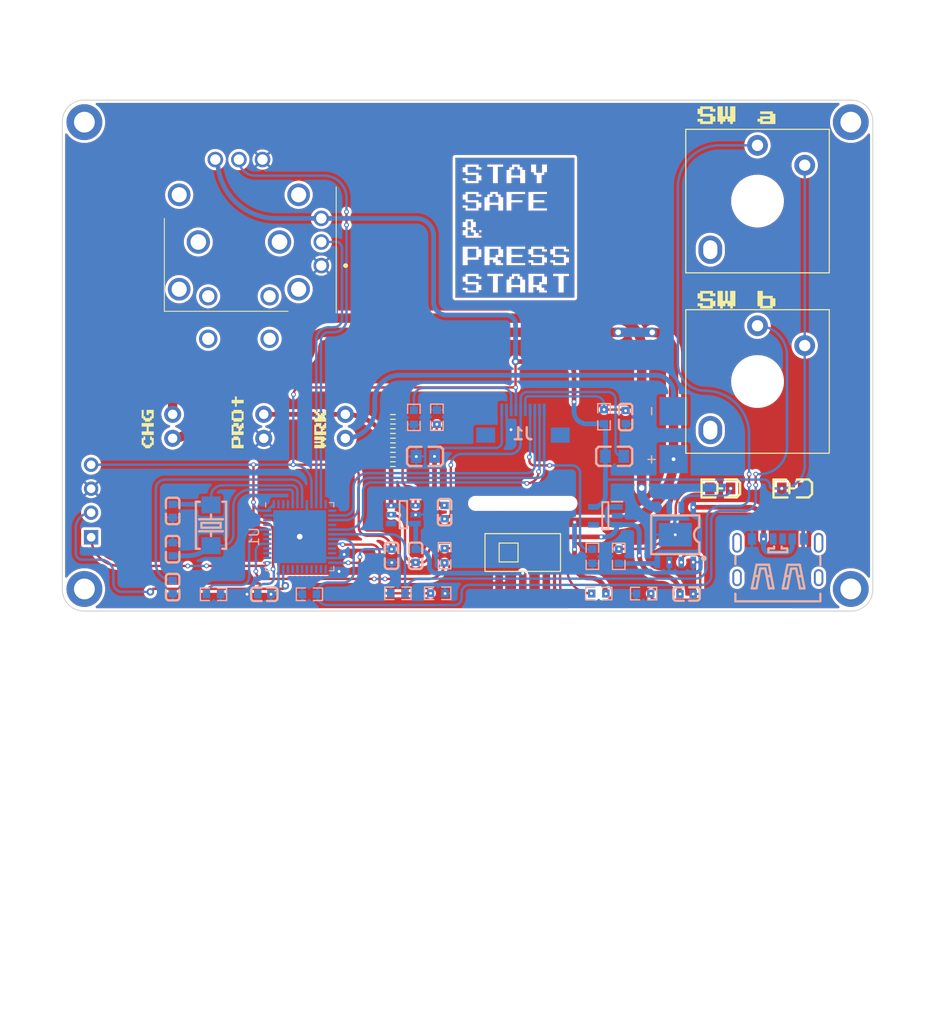
<source format=kicad_pcb>
(kicad_pcb (version 20211014) (generator pcbnew)
  (title_block (title "Monochrome Gaming Console") (rev "0.1") (company "DH2022"))
  (layers (0 "F.Cu" signal) (31 "B.Cu" signal) (34 "B.Paste" user) (35 "F.Paste" user) (36 "B.SilkS" user "B.Silkscreen") (37 "F.SilkS" user "F.Silkscreen") (38 "B.Mask" user) (39 "F.Mask" user) (44 "Edge.Cuts" user))
  (net 0 "")
  (net 1 "/GND")
  (net 2 "/Vin")
  (net 3 "/PD0")
  (net 4 "/PD1")
  (net 5 "/NRST")
  (net 6 "/3V3")
  (net 7 "/S2")
  (net 8 "Net-(C6-Pad1)")
  (net 9 "/AGND")
  (net 10 "/AVDD")
  (net 11 "/DISP")
  (net 14 "Net-(IC2-Pad1)")
  (net 15 "Net-(IC3-Pad2)")
  (net 16 "/ChargeIn")
  (net 17 "Net-(IC3-Pad5)")
  (net 18 "Net-(IC3-Pad7)")
  (net 25 "/SCK")
  (net 26 "/MOSI")
  (net 27 "/CS")
  (net 28 "/EXTCOMM")
  (net 29 "/EXTMODE")
  (net 32 "Net-(LED1-Pad2)")
  (net 33 "/SWCLK")
  (net 34 "/SWDIO")
  (net 35 "/PB1")
  (net 36 "/PB0")
  (net 37 "Net-(R3-Pad2)")
  (net 38 "/Vbat")
  (net 40 "/ADC_IN0")
  (net 42 "/ADC_IN1")
  (net 59 "Net-(B1-Pad1)")
  (net 74 "Net-(LED2-Pad1)")
  (net 79 "Net-(R11-Pad2)")
  (net 80 "Net-(R12-Pad2)")
  (footprint "DannyFootprintLibs:Copy_MountingHole_2.2mm_M2_DIN965_Pad" (layer "F.Cu") (at 109.601 71.5264)
    (fp_text reference "Mt**" hide)
    (fp_text value "Copy_MountingHole_2.2mm_M2_DIN965_Pad" hide)
  )
  (footprint "DannyFootprintLibs:Copy_MountingHole_2.2mm_M2_DIN965_Pad" (layer "F.Cu") (at 190.7794 71.5264)
    (fp_text reference "Mt**" hide)
    (fp_text value "Copy_MountingHole_2.2mm_M2_DIN965_Pad" hide)
  )
  (footprint "DannyFootprintLibs:RKJXV122400R" (layer "F.Cu") (at 134.6962 86.7156)
    (fp_text reference "S1" hide)
    (fp_text value "RKJXV122400R" hide)
  )
  (footprint "DannyFootprintLibs:Copy_MountingHole_2.2mm_M2_DIN965_Pad" (layer "F.Cu") (at 190.7794 120.9548)
    (fp_text reference "Mt**" hide)
    (fp_text value "Copy_MountingHole_2.2mm_M2_DIN965_Pad" hide)
  )
  (footprint "DannyFootprintLibs:SW_Kailh_Choc_V2" (layer "F.Cu") (at 180.8988 98.9838)
    (fp_text reference "S3" hide)
    (fp_text value "PG1353")
  )
  (footprint "DannyFootprintLibs:Jumper_2P" (layer "F.Cu") (at 118.9482 105.0036 90)
    (fp_text reference "JP1" hide)
    (fp_text value "Charge current")
  )
  (footprint "DannyFootprintLibs:LED0805-RD_RED" (layer "F.Cu") (at 184.574 110.3122 180)
    (fp_text reference "LED1" hide)
    (fp_text value "Led" hide)
  )
  (footprint "DannyFootprintLibs:Copy_MountingHole_2.2mm_M2_DIN965_Pad" (layer "F.Cu") (at 109.601 120.9548)
    (fp_text reference "Mt**" hide)
    (fp_text value "Copy_MountingHole_2.2mm_M2_DIN965_Pad" hide)
  )
  (footprint "DannyFootprintLibs:4X1_PROGRAM_PIN" (layer "F.Cu") (at 110.3122 107.7976)
    (fp_text reference "P1" hide)
    (fp_text value "SWDPins" hide)
  )
  (footprint "DannyFootprintLibs:LED0805-RD_RED" (layer "F.Cu") (at 176.9526 110.3072 180)
    (fp_text reference "LED2" hide)
    (fp_text value "Led" hide)
  )
  (footprint "DannyFootprintLibs:9_3.5_3.5_Toggle_Switch" (layer "F.Cu") (at 156.0322 117.0936 90)
    (fp_text reference "S4" hide)
    (fp_text value "9*3.5*3.5_toggle_switch")
  )
  (footprint "DannyFootprintLibs:Jumper_2P" (layer "F.Cu") (at 137.2362 102.4636 -90)
    (fp_text reference "JP2" hide)
    (fp_text value "Working current")
  )
  (footprint "DannyFootprintLibs:gaming_101" (layer "F.Cu") (at 149.9362 96.1898)
    (fp_text reference "Ref**" hide)
    (fp_text value "Val**" hide)
  )
  (footprint "DannyFootprintLibs:SW_Kailh_Choc_V2" (layer "F.Cu") (at 180.8988 79.883)
    (fp_text reference "S2" hide)
    (fp_text value "PG1353")
  )
  (footprint "DannyFootprintLibs:5032_2P" (layer "B.Cu") (at 123.0122 114.2096 90)
    (fp_text reference "Y1" hide)
    (fp_text value "5032/2P" hide)
  )
  (footprint "DannyFootprintLibs:R0603" (layer "B.Cu") (at 164.6428 102.7176 -90)
    (fp_text reference "R1" hide)
    (fp_text value "10k" hide)
  )
  (footprint "Package_DFN_QFN:QFN-48-1EP_7x7mm_P0.5mm_EP5.6x5.6mm" (layer "B.Cu") (at 132.4102 115.4176 -90)
    (fp_text reference "U1")
    (fp_text value "STM32F103CBUx")
  )
  (footprint "DannyFootprintLibs:C0603" (layer "B.Cu") (at 118.9482 112.6856 90)
    (fp_text reference "C3" hide)
    (fp_text value "20pF" hide)
  )
  (footprint "DannyFootprintLibs:TYPE-C-SMD_TYPE-C-31-M-16" (layer "B.Cu") (at 183.0558 117.711 180)
    (fp_text reference "J2" hide)
    (fp_text value "TYPE-C-31-M-17" hide)
  )
  (footprint "DannyFootprintLibs:FPC 0.5mm 10P" (layer "B.Cu") (at 156.0322 103.9876)
    (fp_text reference "J1")
    (fp_text value "FPC 0.5mm 10P" hide)
  )
  (footprint "DannyFootprintLibs:SOT95P280X100-5N" (layer "B.Cu") (at 164.7788 113.2078 180)
    (fp_text reference "IC1" hide)
    (fp_text value "ADP160AUJZ-3.3-R7" hide)
  )
  (footprint "DannyFootprintLibs:R0603" (layer "B.Cu") (at 144.5006 102.7848 -90)
    (fp_text reference "R2" hide)
    (fp_text value "10k" hide)
  )
  (footprint "DannyFootprintLibs:R0603" (layer "B.Cu") (at 163.4072 117.4914 -90)
    (fp_text reference "R6" hide)
    (fp_text value "10k" hide)
  )
  (footprint "DannyFootprintLibs:R0603" (layer "B.Cu") (at 123.2752 121.5136 180)
    (fp_text reference "R11" hide)
    (fp_text value "10k" hide)
  )
  (footprint "DannyFootprintLibs:R0603" (layer "B.Cu") (at 147.0242 121.412 180)
    (fp_text reference "R7" hide)
    (fp_text value "10k" hide)
  )
  (footprint "DannyFootprintLibs:R0603" (layer "B.Cu") (at 147.7518 117.4332 -90)
    (fp_text reference "R8" hide)
    (fp_text value "1k" hide)
  )
  (footprint "DannyFootprintLibs:R0603" (layer "B.Cu") (at 164.084 121.4374)
    (fp_text reference "R9" hide)
    (fp_text value "1k" hide)
  )
  (footprint "DannyFootprintLibs:C0603" (layer "B.Cu") (at 144.6784 117.4384 90)
    (fp_text reference "C5" hide)
    (fp_text value "10uF" hide)
  )
  (footprint "DannyFootprintLibs:R0603" (layer "B.Cu") (at 168.8338 121.4374)
    (fp_text reference "R4" hide)
    (fp_text value "1.1k" hide)
  )
  (footprint "DannyFootprintLibs:R0603" (layer "B.Cu") (at 146.939 102.7684 -90)
    (fp_text reference "R3" hide)
    (fp_text value "1k" hide)
  )
  (footprint "DannyFootprintLibs:L0805" (layer "B.Cu") (at 165.7604 106.9086)
    (fp_text reference "FB1" hide)
    (fp_text value "FB0805" hide)
  )
  (footprint "DannyFootprintLibs:L0805" (layer "B.Cu") (at 145.7198 106.9198)
    (fp_text reference "FB2" hide)
    (fp_text value "FB0805" hide)
  )
  (footprint "DannyFootprintLibs:C0603" (layer "B.Cu") (at 173.3826 121.4882)
    (fp_text reference "C4" hide)
    (fp_text value "1uF" hide)
  )
  (footprint "DannyFootprintLibs:C0603" (layer "B.Cu") (at 142.1384 117.4384 -90)
    (fp_text reference "C6" hide)
    (fp_text value "1uF" hide)
  )
  (footprint "DannyFootprintLibs:SOT95P290X124-6N" (layer "B.Cu") (at 143.383 113.0808 180)
    (fp_text reference "IC2" hide)
    (fp_text value "DW07D" hide)
  )
  (footprint "DannyFootprintLibs:R0603" (layer "B.Cu") (at 133.4352 121.5136 180)
    (fp_text reference "R12" hide)
    (fp_text value "10k" hide)
  )
  (footprint "DannyFootprintLibs:C0603" (layer "B.Cu") (at 118.9482 120.7516 90)
    (fp_text reference "C7" hide)
    (fp_text value "0.1uF" hide)
  )
  (footprint "DannyFootprintLibs:C0603" (layer "B.Cu") (at 128.6622 121.5136)
    (fp_text reference "C8" hide)
    (fp_text value "1uF" hide)
  )
  (footprint "DannyFootprintLibs:R0603" (layer "B.Cu") (at 166.2012 117.5004 -90)
    (fp_text reference "R5" hide)
    (fp_text value "1k" hide)
  )
  (footprint "DannyFootprintLibs:C0603" (layer "B.Cu") (at 118.9482 116.7496 -90)
    (fp_text reference "C9" hide)
    (fp_text value "20pF" hide)
  )
  (footprint "DannyFootprintLibs:ESOP-8_L4.9-W3.9-P1.27-LS6.0-BL-EP" (layer "B.Cu") (at 172.1866 115.2144 180)
    (fp_text reference "IC3" hide)
    (fp_text value "TP4056X" hide)
  )
  (footprint "DannyFootprintLibs:2P bat" (layer "B.Cu") (at 172.0088 102.1334 -90)
    (fp_text reference "B1" hide)
    (fp_text value "Li-ion_600maH_1A")
  )
  (footprint "DannyFootprintLibs:C0603" (layer "B.Cu") (at 166.9288 102.7572 -90)
    (fp_text reference "C1" hide)
    (fp_text value "0.1uF" hide)
  )
  (footprint "DannyFootprintLibs:Jumper_2P" (layer "B.Cu") (at 128.6002 102.4636 -90)
    (fp_text reference "JP3" hide)
    (fp_text value "Short Bat Protection")
  )
  (footprint "DannyFootprintLibs:C0603" (layer "B.Cu") (at 147.7518 112.8126 90)
    (fp_text reference "C2" hide)
    (fp_text value "1uF" hide)
  )
  (footprint "DannyFootprintLibs:R0603" (layer "B.Cu") (at 142.8078 121.412 180)
    (fp_text reference "R10" hide)
    (fp_text value "10k" hide)
  )
  (gr_line (start 109.5502 123.2916) (end 190.8302 123.2916) (layer "Edge.Cuts") (width 0.1))
  (gr_arc (start 193.1162 121.0056) (mid 192.446646 122.622046) (end 190.8302 123.2916) (layer "Edge.Cuts") (width 0.1))
  (gr_line (start 193.1162 71.4756) (end 193.1162 121.0056) (layer "Edge.Cuts") (width 0.1))
  (gr_line (start 107.2642 71.4756) (end 107.2642 121.0056) (layer "Edge.Cuts") (width 0.1))
  (gr_arc (start 190.8302 69.1896) (mid 192.446646 69.859154) (end 193.1162 71.4756) (layer "Edge.Cuts") (width 0.1))
  (gr_line (start 109.5502 69.1896) (end 190.8302 69.1896) (layer "Edge.Cuts") (width 0.1))
  (gr_arc (start 109.5502 123.2916) (mid 107.933754 122.622046) (end 107.2642 121.0056) (layer "Edge.Cuts") (width 0.1))
  (gr_arc (start 107.2642 71.4756) (mid 107.933754 69.859154) (end 109.5502 69.1896) (layer "Edge.Cuts") (width 0.1))
  (segment (start 174.0916 121.4882) (end 174.0916 118.1224) (width 0.5) (layer "F.Cu") (net 1))
  (segment (start 129.3622 121.5136) (end 126.8222 121.5136) (width 0.254) (layer "F.Cu") (net 1))
  (via (at 137.1092 117.2972) (size 0.5) (drill 0.3) (layers "F.Cu" "B.Cu") (net 1))
  (via (at 174.0916 118.1224) (size 0.5) (drill 0.3) (layers "F.Cu" "B.Cu") (net 1))
  (via (at 126.8222 121.5136) (size 0.5) (drill 0.3) (layers "F.Cu" "B.Cu") (net 1))
  (via (at 129.3622 121.5136) (size 0.5) (drill 0.3) (layers "F.Cu" "B.Cu") (net 1))
  (via (at 144.7546 106.934) (size 0.5) (drill 0.3) (layers "F.Cu" "B.Cu") (net 1))
  (via (at 147.8026 121.4374) (size 0.5) (drill 0.3) (layers "F.Cu" "B.Cu") (net 1))
  (via (at 171.5516 118.11) (size 0.5) (drill 0.3) (layers "F.Cu" "B.Cu") (net 1))
  (via (at 172.1866 115.2144) (size 0.5) (drill 0.3) (layers "F.Cu" "B.Cu") (net 1))
  (via (at 144.6784 113.1062) (size 0.5) (drill 0.3) (layers "F.Cu" "B.Cu") (net 1))
  (via (at 132.4102 115.4176) (size 1) (drill 0.6) (layers "F.Cu" "B.Cu") (net 1))
  (via (at 136.5758 119.1006) (size 0.5) (drill 0.3) (layers "F.Cu" "B.Cu") (net 1))
  (via (at 154.7876 104.0892) (size 0.5) (drill 0.3) (layers "F.Cu" "B.Cu") (net 1))
  (via (at 142.1638 118.1608) (size 0.5) (drill 0.3) (layers "F.Cu" "B.Cu") (net 1))
  (via (at 174.0916 121.4882) (size 0.5) (drill 0.3) (layers "F.Cu" "B.Cu") (net 1))
  (segment (start 130.999889 116.82791) (end 132.4102 115.4176) (width 0.254) (layer "B.Cu") (net 1))
  (segment (start 154.3072 101.9876) (end 154.327529 101.9876) (width 0.254) (layer "B.Cu") (net 1))
  (segment (start 154.327529 101.9876) (end 154.330689 101.99076) (width 0.254) (layer "B.Cu") (net 1))
  (segment (start 135.8477 117.6676) (end 136.815 117.6676) (width 0.254) (layer "B.Cu") (net 1))
  (segment (start 135.8477 117.6676) (end 134.6602 117.6676) (width 0.254) (layer "B.Cu") (net 1))
  (segment (start 128.9727 113.1676) (end 130.1602 113.1676) (width 0.254) (layer "B.Cu") (net 1))
  (segment (start 154.330689 101.99076) (end 154.330689 103.632289) (width 0.254) (layer "B.Cu") (net 1))
  (segment (start 130.1602 120.7156) (end 130.1602 118.8551) (width 0.254) (layer "B.Cu") (net 1))
  (segment (start 133.1602 111.9801) (end 133.1602 113.60694) (width 0.254) (layer "B.Cu") (net 1))
  (arc (start 130.1602 118.8551) (mid 130.378428 117.757993) (end 130.999889 116.82791) (width 0.254) (layer "B.Cu") (net 1))
  (arc (start 129.3622 121.5136) (mid 129.926471 121.279871) (end 130.1602 120.7156) (width 0.254) (layer "B.Cu") (net 1))
  (arc (start 154.330689 103.632289) (mid 154.464515 103.955374) (end 154.7876 104.0892) (width 0.254) (layer "B.Cu") (net 1))
  (arc (start 136.815 117.6676) (mid 136.825465 117.663265) (end 136.8298 117.6528) (width 0.254) (layer "B.Cu") (net 1))
  (arc (start 134.6602 117.6676) (mid 133.06921 117.00859) (end 132.4102 115.4176) (width 0.254) (layer "B.Cu") (net 1))
  (arc (start 133.1602 113.60694) (mid 132.965281 114.586862) (end 132.4102 115.4176) (width 0.254) (layer "B.Cu") (net 1))
  (arc (start 130.1602 113.1676) (mid 131.75119 113.82661) (end 132.4102 115.4176) (width 0.254) (layer "B.Cu") (net 1))
  (segment (start 168.389418 117.437018) (end 168.389418 117.528113) (width 0.5) (layer "F.Cu") (net 2))
  (segment (start 156.0322 113.8936) (end 156.0322 115.110138) (width 0.5) (layer "F.Cu") (net 2))
  (segment (start 168.3766 117.4242) (end 168.389418 117.437018) (width 0.5) (layer "F.Cu") (net 2))
  (segment (start 156.365062 115.443) (end 164.338 115.443) (width 0.5) (layer "F.Cu") (net 2))
  (segment (start 170.6626 119.5324) (end 170.7388 119.5324) (width 0.5) (layer "F.Cu") (net 2))
  (via (at 172.6946 121.4882) (size 0.5) (drill 0.3) (layers "F.Cu" "B.Cu") (net 2))
  (via (at 168.3766 117.4242) (size 0.5) (drill 0.3) (layers "F.Cu" "B.Cu") (net 2))
  (via (at 164.338 115.443) (size 0.5) (drill 0.3) (layers "F.Cu" "B.Cu") (net 2))
  (arc (start 170.7388 119.5324) (mid 172.121759 120.105241) (end 172.6946 121.4882) (width 0.5) (layer "F.Cu") (net 2))
  (arc (start 168.389418 117.528113) (mid 169.148556 118.959068) (end 170.6626 119.5324) (width 0.5) (layer "F.Cu") (net 2))
  (arc (start 156.0322 115.110138) (mid 156.129693 115.345507) (end 156.365062 115.443) (width 0.5) (layer "F.Cu") (net 2))
  (segment (start 168.375208 117.422808) (end 168.375208 114.904386) (width 0.5) (layer "B.Cu") (net 2))
  (segment (start 164.9476 112.758741) (end 164.9476 113.4364) (width 0.5) (layer "B.Cu") (net 2))
  (segment (start 167.5486 114.1578) (end 166.0288 114.1578) (width 0.5) (layer "B.Cu") (net 2))
  (segment (start 168.3766 117.4242) (end 168.375208 117.422808) (width 0.5) (layer "B.Cu") (net 2))
  (segment (start 164.338 115.443) (end 164.7436 115.443) (width 0.5) (layer "B.Cu") (net 2))
  (segment (start 166.0288 112.2578) (end 165.448541 112.2578) (width 0.5) (layer "B.Cu") (net 2))
  (segment (start 165.669 114.1578) (end 166.0288 114.1578) (width 0.5) (layer "B.Cu") (net 2))
  (arc (start 164.9476 113.4364) (mid 165.158893 113.946507) (end 165.669 114.1578) (width 0.5) (layer "B.Cu") (net 2))
  (arc (start 164.7436 115.443) (mid 165.652374 115.066574) (end 166.0288 114.1578) (width 0.5) (layer "B.Cu") (net 2))
  (arc (start 168.375208 114.904386) (mid 168.10465 114.372293) (end 167.5486 114.1578) (width 0.5) (layer "B.Cu") (net 2))
  (arc (start 165.448541 112.2578) (mid 165.094322 112.404522) (end 164.9476 112.758741) (width 0.5) (layer "B.Cu") (net 2))
  (segment (start 125.3744 115.189) (end 125.3744 112.2172) (width 0.254) (layer "B.Cu") (net 3))
  (segment (start 118.9482 117.4496) (end 120.402436 117.4496) (width 0.5) (layer "B.Cu") (net 3))
  (segment (start 131.6602 110.731392) (end 131.6602 111.9801) (width 0.254) (layer "B.Cu") (net 3))
  (segment (start 123.0122 116.3686) (end 124.1948 116.3686) (width 0.254) (layer "B.Cu") (net 3))
  (segment (start 127.1524 110.4392) (end 131.368008 110.4392) (width 0.254) (layer "B.Cu") (net 3))
  (arc (start 131.368008 110.4392) (mid 131.574619 110.524781) (end 131.6602 110.731392) (width 0.254) (layer "B.Cu") (net 3))
  (arc (start 125.3744 112.2172) (mid 125.895164 110.959964) (end 127.1524 110.4392) (width 0.254) (layer "B.Cu") (net 3))
  (arc (start 120.402436 117.4496) (mid 121.81483 117.168657) (end 123.0122 116.3686) (width 0.5) (layer "B.Cu") (net 3))
  (arc (start 124.1948 116.3686) (mid 125.028903 116.023103) (end 125.3744 115.189) (width 0.254) (layer "B.Cu") (net 3))
  (segment (start 118.9482 111.9856) (end 122.855277 111.9856) (width 0.5) (layer "B.Cu") (net 4))
  (segment (start 123.0122 112.0506) (end 123.0122 111.158788) (width 0.254) (layer "B.Cu") (net 4))
  (segment (start 132.1602 110.587794) (end 132.1602 111.9801) (width 0.254) (layer "B.Cu") (net 4))
  (segment (start 124.188988 109.982) (end 131.554406 109.982) (width 0.254) (layer "B.Cu") (net 4))
  (arc (start 123.0122 111.158788) (mid 123.356873 110.326673) (end 124.188988 109.982) (width 0.254) (layer "B.Cu") (net 4))
  (arc (start 122.855277 111.9856) (mid 122.940203 112.002493) (end 123.0122 112.0506) (width 0.5) (layer "B.Cu") (net 4))
  (arc (start 131.554406 109.982) (mid 131.982767 110.159433) (end 132.1602 110.587794) (width 0.254) (layer "B.Cu") (net 4))
  (segment (start 131.571869 109.3724) (end 118.145921 109.3724) (width 0.254) (layer "B.Cu") (net 5))
  (segment (start 117.1702 110.348121) (end 117.1702 118.2736) (width 0.254) (layer "B.Cu") (net 5))
  (segment (start 132.6642 110.464734) (end 132.6642 111.9761) (width 0.254) (layer "B.Cu") (net 5))
  (arc (start 118.145921 109.3724) (mid 117.455982 109.658182) (end 117.1702 110.348121) (width 0.254) (layer "B.Cu") (net 5))
  (arc (start 132.6642 111.9761) (mid 132.663028 111.978928) (end 132.6602 111.9801) (width 0.254) (layer "B.Cu") (net 5))
  (arc (start 117.1702 118.2736) (mid 117.690964 119.530836) (end 118.9482 120.0516) (width 0.254) (layer "B.Cu") (net 5))
  (arc (start 131.571869 109.3724) (mid 132.344263 109.692337) (end 132.6642 110.464734) (width 0.254) (layer "B.Cu") (net 5))
  (segment (start 127.508 107.7976) (end 127.508 111.76) (width 0.254) (layer "F.Cu") (net 6))
  (segment (start 132.4864 99.6188) (end 155.2702 99.6188) (width 0.254) (layer "F.Cu") (net 6))
  (segment (start 155.2702 96.8756) (end 155.2702 99.6188) (width 0.254) (layer "F.Cu") (net 6))
  (segment (start 138.5316 118.1862) (end 137.5487 118.1862) (width 0.254) (layer "F.Cu") (net 6))
  (segment (start 137.541 107.7976) (end 131.7244 107.7976) (width 0.254) (layer "F.Cu") (net 6))
  (segment (start 127.508 111.76) (end 127.508 112.7252) (width 0.254) (layer "F.Cu") (net 6))
  (segment (start 138.6586 114.4016) (end 138.6586 108.9152) (width 0.254) (layer "F.Cu") (net 6))
  (segment (start 161.4678 101.13512) (end 161.467799 98.157677) (width 0.5) (layer "F.Cu") (net 6))
  (segment (start 138.7856 117.5766) (end 138.7856 117.9322) (width 0.254) (layer "F.Cu") (net 6))
  (segment (start 160.18572 96.8756) (end 155.2702 96.8756) (width 0.5) (layer "F.Cu") (net 6))
  (segment (start 129.5837 114.8009) (end 129.5837 118.8551) (width 0.254) (layer "F.Cu") (net 6))
  (segment (start 140.716 115.316) (end 139.573 115.316) (width 0.254) (layer "F.Cu") (net 6))
  (via (at 183.4642 110.3122) (size 0.5) (drill 0.3) (layers "F.Cu" "B.Cu") (net 6))
  (via (at 142.1384 116.7384) (size 0.5) (drill 0.3) (layers "F.Cu" "B.Cu") (net 6))
  (via (at 129.5837 118.8551) (size 0.5) (drill 0.3) (layers "F.Cu" "B.Cu") (net 6))
  (via (at 127.508 107.7976) (size 0.5) (drill 0.3) (layers "F.Cu" "B.Cu") (net 6))
  (via (at 131.7498 100.3554) (size 0.5) (drill 0.3) (layers "F.Cu" "B.Cu") (net 6))
  (via (at 155.2702 96.8756) (size 0.8) (drill 0.4) (layers "F.Cu" "B.Cu") (net 6))
  (via (at 138.7856 117.5766) (size 0.5) (drill 0.3) (layers "F.Cu" "B.Cu") (net 6))
  (via (at 137.5487 118.1862) (size 0.5) (drill 0.3) (layers "F.Cu" "B.Cu") (net 6))
  (via (at 127.508 111.76) (size 0.5) (drill 0.3) (layers "F.Cu" "B.Cu") (net 6))
  (via (at 161.4678 101.13512) (size 0.5) (drill 0.3) (layers "F.Cu" "B.Cu") (net 6))
  (via (at 155.2702 99.6188) (size 0.5) (drill 0.3) (layers "F.Cu" "B.Cu") (net 6))
  (via (at 131.7244 107.7976) (size 0.5) (drill 0.3) (layers "F.Cu" "B.Cu") (net 6))
  (arc (start 139.573 115.316) (mid 138.926422 115.048178) (end 138.6586 114.4016) (width 0.254) (layer "F.Cu") (net 6))
  (arc (start 138.7856 117.9322) (mid 138.711205 118.111805) (end 138.5316 118.1862) (width 0.254) (layer "F.Cu") (net 6))
  (arc (start 142.1384 116.7384) (mid 141.721789 115.732611) (end 140.716 115.316) (width 0.254) (layer "F.Cu") (net 6))
  (arc (start 128.7526 113.9698) (mid 129.340276 114.213224) (end 129.5837 114.8009) (width 0.254) (layer "F.Cu") (net 6))
  (arc (start 127.508 112.7252) (mid 127.872535 113.605265) (end 128.7526 113.9698) (width 0.254) (layer "F.Cu") (net 6))
  (arc (start 131.7498 100.3554) (mid 131.965545 99.834545) (end 132.4864 99.6188) (width 0.254) (layer "F.Cu") (net 6))
  (arc (start 138.6586 108.9152) (mid 138.331263 108.124937) (end 137.541 107.7976) (width 0.254) (layer "F.Cu") (net 6))
  (arc (start 161.467799 98.157677) (mid 161.092286 97.251111) (end 160.18572 96.8756) (width 0.5) (layer "F.Cu") (net 6))
  (segment (start 123.4662 75.4856) (end 123.707508 75.4856) (width 0.5) (layer "B.Cu") (net 6))
  (segment (start 138.7856 117.2972) (end 138.7856 117.5766) (width 0.254) (layer "B.Cu") (net 6))
  (segment (start 131.7244 100.3808) (end 131.7244 107.7976) (width 0.254) (layer "B.Cu") (net 6))
  (segment (start 164.7944 106.9086) (end 164.7944 103.6222) (width 0.5) (layer "B.Cu") (net 6))
  (segment (start 185.8988 95.1838) (end 185.8988 107.8776) (width 0.254) (layer "B.Cu") (net 6))
  (segment (start 164.6428 103.4706) (end 162.774877 103.4706) (width 0.5) (layer "B.Cu") (net 6))
  (segment (start 137.5487 118.1862) (end 135.8663 118.1862) (width 0.254) (layer "B.Cu") (net 6))
  (segment (start 110.3122 107.7976) (end 127.508 107.7976) (width 0.254) (layer "B.Cu") (net 6))
  (segment (start 128.4156 112.6676) (end 128.9727 112.6676) (width 0.254) (layer "B.Cu") (net 6))
  (segment (start 155.3072 101.9876) (end 155.3072 99.6558) (width 0.254) (layer "B.Cu") (net 6))
  (segment (start 164.7944 106.9086) (end 164.7944 109.4986) (width 0.5) (layer "B.Cu") (net 6))
  (segment (start 128.6764 120.4214) (end 129.032 120.4214) (width 0.254) (layer "B.Cu") (net 6))
  (segment (start 127.508 107.7976) (end 131.7244 107.7976) (width 0.254) (layer "B.Cu") (net 6))
  (segment (start 181.5846 109.3724) (end 164.9206 109.3724) (width 0.254) (layer "B.Cu") (net 6))
  (segment (start 185.8988 76.083) (end 185.8988 95.1838) (width 0.254) (layer "B.Cu") (net 6))
  (segment (start 134.6962 81.7156) (end 144.7584 81.7156) (width 0.5) (layer "B.Cu") (net 6))
  (segment (start 129.937508 81.7156) (end 134.6962 81.7156) (width 0.5) (layer "B.Cu") (net 6))
  (segment (start 155.2702 92.981477) (end 155.2702 96.8756) (width 0.5) (layer "B.Cu") (net 6))
  (segment (start 142.1384 116.7384) (end 139.3444 116.7384) (width 0.254) (layer "B.Cu") (net 6))
  (segment (start 146.5834 83.5406) (end 146.5834 90.5764) (width 0.5) (layer "B.Cu") (net 6))
  (segment (start 183.4642 110.3122) (end 182.5244 110.3122) (width 0.254) (layer "B.Cu") (net 6))
  (segment (start 147.955 91.948) (end 154.236723 91.948) (width 0.5) (layer "B.Cu") (net 6))
  (segment (start 128.9727 112.6676) (end 129.6602 111.9801) (width 0.254) (layer "B.Cu") (net 6))
  (segment (start 127.9622 121.5136) (end 127.9622 121.1356) (width 0.254) (layer "B.Cu") (net 6))
  (segment (start 161.4678 101.13512) (end 161.4678 102.163521) (width 0.5) (layer "B.Cu") (net 6))
  (segment (start 133.6548 109.728) (end 133.6548 111.9747) (width 0.254) (layer "B.Cu") (net 6))
  (segment (start 129.667 119.7864) (end 129.667 118.8619) (width 0.254) (layer "B.Cu") (net 6))
  (segment (start 131.7498 100.3554) (end 131.7244 100.3808) (width 0.254) (layer "B.Cu") (net 6))
  (segment (start 164.7944 109.4986) (end 164.7944 110.9922) (width 0.5) (layer "B.Cu") (net 6))
  (arc (start 123.707508 75.4856) (mid 125.532233 79.890875) (end 129.937508 81.7156) (width 0.5) (layer "B.Cu") (net 6))
  (arc (start 133.6548 111.9747) (mid 133.656382 111.978518) (end 133.6602 111.9801) (width 0.254) (layer "B.Cu") (net 6))
  (arc (start 162.774877 103.4706) (mid 161.850633 103.087765) (end 161.4678 102.163521) (width 0.5) (layer "B.Cu") (net 6))
  (arc (start 144.7584 81.7156) (mid 146.04887 82.25013) (end 146.5834 83.5406) (width 0.5) (layer "B.Cu") (net 6))
  (arc (start 164.7944 103.6222) (mid 164.749997 103.515003) (end 164.6428 103.4706) (width 0.5) (layer "B.Cu") (net 6))
  (arc (start 127.508 111.76) (mid 127.77383 112.40177) (end 128.4156 112.6676) (width 0.254) (layer "B.Cu") (net 6))
  (arc (start 129.667 118.8619) (mid 129.665008 118.857092) (end 129.6602 118.8551) (width 0.254) (layer "B.Cu") (net 6))
  (arc (start 182.5244 110.3122) (mid 182.308874 110.222926) (end 182.2196 110.0074) (width 0.254) (layer "B.Cu") (net 6))
  (arc (start 155.3072 99.6558) (mid 155.296363 99.629637) (end 155.2702 99.6188) (width 0.254) (layer "B.Cu") (net 6))
  (arc (start 131.7244 107.7976) (mid 133.089399 108.363001) (end 133.6548 109.728) (width 0.254) (layer "B.Cu") (net 6))
  (arc (start 164.7944 110.9922) (mid 164.423714 111.887114) (end 163.5288 112.2578) (width 0.5) (layer "B.Cu") (net 6))
  (arc (start 182.2196 110.0074) (mid 182.033613 109.558387) (end 181.5846 109.3724) (width 0.254) (layer "B.Cu") (net 6))
  (arc (start 139.3444 116.7384) (mid 138.949269 116.902069) (end 138.7856 117.2972) (width 0.254) (layer "B.Cu") (net 6))
  (arc (start 146.5834 90.5764) (mid 146.985132 91.546268) (end 147.955 91.948) (width 0.5) (layer "B.Cu") (net 6))
  (arc (start 135.8663 118.1862) (mid 135.853148 118.180752) (end 135.8477 118.1676) (width 0.254) (layer "B.Cu") (net 6))
  (arc (start 127.9622 121.1356) (mid 128.171384 120.630584) (end 128.6764 120.4214) (width 0.254) (layer "B.Cu") (net 6))
  (arc (start 164.9206 109.3724) (mid 164.831363 109.409363) (end 164.7944 109.4986) (width 0.254) (layer "B.Cu") (net 6))
  (arc (start 129.032 120.4214) (mid 129.481013 120.235413) (end 129.667 119.7864) (width 0.254) (layer "B.Cu") (net 6))
  (arc (start 185.8988 107.8776) (mid 185.185722 109.599122) (end 183.4642 110.3122) (width 0.254) (layer "B.Cu") (net 6))
  (arc (start 154.236723 91.948) (mid 154.967502 92.250698) (end 155.2702 92.981477) (width 0.5) (layer "B.Cu") (net 6))
  (segment (start 142.083 107.3104) (end 142.083 112.1308) (width 0.5) (layer "F.Cu") (net 7))
  (segment (start 128.6002 102.4636) (end 137.2362 102.4636) (width 0.5) (layer "F.Cu") (net 7))
  (via (at 156.0322 119.28608) (size 0.5) (drill 0.3) (layers "F.Cu" "B.Cu") (net 7))
  (via (at 142.083 112.1308) (size 0.5) (drill 0.3) (layers "F.Cu" "B.Cu") (net 7))
  (arc (start 137.2362 102.4636) (mid 140.663405 103.883195) (end 142.083 107.3104) (width 0.5) (layer "F.Cu") (net 7))
  (segment (start 144.6784 116.7384) (end 144.828998 116.740959) (width 0.5) (layer "B.Cu") (net 7))
  (segment (start 142.083 112.1308) (end 142.882022 112.1308) (width 0.5) (layer "B.Cu") (net 7))
  (segment (start 144.09254 114.0308) (end 144.683 114.0308) (width 0.5) (layer "B.Cu") (net 7))
  (segment (start 143.383 112.631778) (end 143.383 113.32126) (width 0.5) (layer "B.Cu") (net 7))
  (segment (start 144.683 114.0308) (end 144.683 116.7338) (width 0.5) (layer "B.Cu") (net 7))
  (segment (start 146.1516 118.063561) (end 146.1516 118.5672) (width 0.5) (layer "B.Cu") (net 7))
  (segment (start 146.8628 119.2784) (end 156.02452 119.2784) (width 0.5) (layer "B.Cu") (net 7))
  (arc (start 144.683 116.7338) (mid 144.681653 116.737053) (end 144.6784 116.7384) (width 0.5) (layer "B.Cu") (net 7))
  (arc (start 146.1516 118.5672) (mid 146.359906 119.070094) (end 146.8628 119.2784) (width 0.5) (layer "B.Cu") (net 7))
  (arc (start 144.828998 116.740959) (mid 145.764219 117.12834) (end 146.1516 118.063561) (width 0.5) (layer "B.Cu") (net 7))
  (arc (start 142.882022 112.1308) (mid 143.236267 112.277533) (end 143.383 112.631778) (width 0.5) (layer "B.Cu") (net 7))
  (arc (start 156.02452 119.2784) (mid 156.029951 119.280649) (end 156.0322 119.28608) (width 0.5) (layer "B.Cu") (net 7))
  (arc (start 143.383 113.32126) (mid 143.590819 113.822981) (end 144.09254 114.0308) (width 0.5) (layer "B.Cu") (net 7))
  (segment (start 144.5514 118.1354) (end 144.6784 118.1354) (width 0.254) (layer "F.Cu") (net 8))
  (segment (start 147.447 116.0526) (end 159.3875 116.0526) (width 0.254) (layer "F.Cu") (net 8))
  (segment (start 160.7566 117.4217) (end 160.7566 118.8974) (width 0.254) (layer "F.Cu") (net 8))
  (segment (start 143.5608 114.554) (end 143.5608 117.1448) (width 0.254) (layer "F.Cu") (net 8))
  (segment (start 144.6784 118.1354) (end 145.3642 118.1354) (width 0.254) (layer "F.Cu") (net 8))
  (via (at 163.2966 121.4374) (size 0.5) (drill 0.3) (layers "F.Cu" "B.Cu") (net 8))
  (via (at 144.6784 118.1354) (size 0.5) (drill 0.3) (layers "F.Cu" "B.Cu") (net 8))
  (via (at 142.0876 113.0808) (size 0.5) (drill 0.3) (layers "F.Cu" "B.Cu") (net 8))
  (arc (start 160.7566 118.8974) (mid 161.500549 120.693451) (end 163.2966 121.4374) (width 0.254) (layer "F.Cu") (net 8))
  (arc (start 143.5608 117.1448) (mid 143.85094 117.84526) (end 144.5514 118.1354) (width 0.254) (layer "F.Cu") (net 8))
  (arc (start 145.9738 117.5258) (mid 146.40529 116.48409) (end 147.447 116.0526) (width 0.254) (layer "F.Cu") (net 8))
  (arc (start 142.0876 113.0808) (mid 143.12931 113.51229) (end 143.5608 114.554) (width 0.254) (layer "F.Cu") (net 8))
  (arc (start 145.3642 118.1354) (mid 145.795252 117.956852) (end 145.9738 117.5258) (width 0.254) (layer "F.Cu") (net 8))
  (arc (start 159.3875 116.0526) (mid 160.3556 116.4536) (end 160.7566 117.4217) (width 0.254) (layer "F.Cu") (net 8))
  (segment (start 146.6858 106.9198) (end 146.6858 111.0496) (width 0.5) (layer "F.Cu") (net 9))
  (via (at 146.6858 106.9198) (size 0.5) (drill 0.3) (layers "F.Cu" "B.Cu") (net 9))
  (via (at 147.7264 112.0902) (size 0.5) (drill 0.3) (layers "F.Cu" "B.Cu") (net 9))
  (arc (start 146.6858 111.0496) (mid 146.990585 111.785415) (end 147.7264 112.0902) (width 0.5) (layer "F.Cu") (net 9))
  (segment (start 147.586 106.0196) (end 153.1874 106.0196) (width 0.254) (layer "B.Cu") (net 9))
  (segment (start 153.8072 105.3998) (end 153.8072 101.9876) (width 0.254) (layer "B.Cu") (net 9))
  (arc (start 146.6858 106.9198) (mid 146.949462 106.283262) (end 147.586 106.0196) (width 0.254) (layer "B.Cu") (net 9))
  (arc (start 153.1874 106.0196) (mid 153.625665 105.838065) (end 153.8072 105.3998) (width 0.254) (layer "B.Cu") (net 9))
  (segment (start 148.413063 112.876737) (end 148.413063 107.827003) (width 0.254) (layer "F.Cu") (net 10))
  (via (at 148.413063 107.827003) (size 0.5) (drill 0.3) (layers "F.Cu" "B.Cu") (net 10))
  (via (at 147.7518 113.538) (size 0.5) (drill 0.3) (layers "F.Cu" "B.Cu") (net 10))
  (arc (start 147.7518 113.538) (mid 148.219384 113.344321) (end 148.413063 112.876737) (width 0.254) (layer "F.Cu") (net 10))
  (segment (start 165.08376 100.1014) (end 156.48093 100.1014) (width 0.254) (layer "B.Cu") (net 10))
  (segment (start 155.8072 100.77513) (end 155.8072 101.9876) (width 0.254) (layer "B.Cu") (net 10))
  (segment (start 155.8072 105.568231) (end 155.8072 101.9876) (width 0.254) (layer "B.Cu") (net 10))
  (segment (start 165.862 106.22827) (end 165.862 100.87964) (width 0.254) (layer "B.Cu") (net 10))
  (segment (start 149.585466 106.6546) (end 154.720831 106.6546) (width 0.254) (layer "B.Cu") (net 10))
  (segment (start 166.7264 106.9086) (end 166.54233 106.9086) (width 0.254) (layer "B.Cu") (net 10))
  (arc (start 156.48093 100.1014) (mid 156.004531 100.298731) (end 155.8072 100.77513) (width 0.254) (layer "B.Cu") (net 10))
  (arc (start 148.413063 107.827003) (mid 148.756452 106.997989) (end 149.585466 106.6546) (width 0.254) (layer "B.Cu") (net 10))
  (arc (start 154.720831 106.6546) (mid 155.48901 106.33641) (end 155.8072 105.568231) (width 0.254) (layer "B.Cu") (net 10))
  (arc (start 166.54233 106.9086) (mid 166.061264 106.709336) (end 165.862 106.22827) (width 0.254) (layer "B.Cu") (net 10))
  (arc (start 165.862 100.87964) (mid 165.634059 100.329341) (end 165.08376 100.1014) (width 0.254) (layer "B.Cu") (net 10))
  (segment (start 164.6428 101.9646) (end 166.8108 101.9646) (width 0.254) (layer "F.Cu") (net 11))
  (via (at 164.6428 101.9646) (size 0.5) (drill 0.3) (layers "F.Cu" "B.Cu") (net 11))
  (via (at 166.9288 102.0826) (size 0.5) (drill 0.3) (layers "F.Cu" "B.Cu") (net 11))
  (arc (start 166.8108 101.9646) (mid 166.894239 101.999161) (end 166.9288 102.0826) (width 0.254) (layer "F.Cu") (net 11))
  (segment (start 164.6428 101.9646) (end 164.6428 101.444861) (width 0.254) (layer "B.Cu") (net 11))
  (segment (start 156.3072 100.853955) (end 156.3072 101.9876) (width 0.254) (layer "B.Cu") (net 11))
  (segment (start 163.756539 100.5586) (end 156.602555 100.5586) (width 0.254) (layer "B.Cu") (net 11))
  (arc (start 164.6428 101.444861) (mid 164.38322 100.81818) (end 163.756539 100.5586) (width 0.254) (layer "B.Cu") (net 11))
  (arc (start 156.602555 100.5586) (mid 156.393707 100.645107) (end 156.3072 100.853955) (width 0.254) (layer "B.Cu") (net 11))
  (segment (start 143.3068 109.4994) (end 143.3068 105.5878) (width 0.254) (layer "F.Cu") (net 14))
  (segment (start 144.6784 112.1156) (end 144.6784 110.871) (width 0.254) (layer "F.Cu") (net 14))
  (segment (start 144.0434 104.8512) (end 145.8976 104.8512) (width 0.254) (layer "F.Cu") (net 14))
  (segment (start 146.939 103.8098) (end 146.939 103.5214) (width 0.254) (layer "F.Cu") (net 14))
  (via (at 146.939 103.5214) (size 0.5) (drill 0.3) (layers "F.Cu" "B.Cu") (net 14))
  (via (at 144.6784 112.1156) (size 0.5) (drill 0.3) (layers "F.Cu" "B.Cu") (net 14))
  (arc (start 144.6784 110.871) (mid 144.447776 110.314224) (end 143.891 110.0836) (width 0.254) (layer "F.Cu") (net 14))
  (arc (start 143.891 110.0836) (mid 143.477908 109.912492) (end 143.3068 109.4994) (width 0.254) (layer "F.Cu") (net 14))
  (arc (start 143.3068 105.5878) (mid 143.522545 105.066945) (end 144.0434 104.8512) (width 0.254) (layer "F.Cu") (net 14))
  (arc (start 145.8976 104.8512) (mid 146.633981 104.546181) (end 146.939 103.8098) (width 0.254) (layer "F.Cu") (net 14))
  (segment (start 174.3202 117.2972) (end 173.5836 117.2972) (width 0.254) (layer "F.Cu") (net 15))
  (segment (start 172.8216 118.0592) (end 172.8216 118.1354) (width 0.254) (layer "F.Cu") (net 15))
  (segment (start 174.8282 121.611217) (end 174.8282 117.8052) (width 0.254) (layer "F.Cu") (net 15))
  (segment (start 170.053 122.0978) (end 174.341617 122.0978) (width 0.254) (layer "F.Cu") (net 15))
  (segment (start 169.6212 121.4374) (end 169.6212 121.666) (width 0.254) (layer "F.Cu") (net 15))
  (via (at 169.6212 121.4374) (size 0.5) (drill 0.3) (layers "F.Cu" "B.Cu") (net 15))
  (via (at 172.8216 118.1354) (size 0.5) (drill 0.3) (layers "F.Cu" "B.Cu") (net 15))
  (arc (start 174.8282 117.8052) (mid 174.67941 117.44599) (end 174.3202 117.2972) (width 0.254) (layer "F.Cu") (net 15))
  (arc (start 174.341617 122.0978) (mid 174.685683 121.955283) (end 174.8282 121.611217) (width 0.254) (layer "F.Cu") (net 15))
  (arc (start 173.5836 117.2972) (mid 173.044785 117.520385) (end 172.8216 118.0592) (width 0.254) (layer "F.Cu") (net 15))
  (arc (start 169.6212 121.666) (mid 169.747671 121.971329) (end 170.053 122.0978) (width 0.254) (layer "F.Cu") (net 15))
  (segment (start 181.5358 115.661) (end 181.535799 113.811118) (width 0.5) (layer "F.Cu") (net 16))
  (segment (start 180.031081 112.3064) (end 174.0916 112.3064) (width 0.5) (layer "F.Cu") (net 16))
  (via (at 174.0916 112.3064) (size 0.5) (drill 0.3) (layers "F.Cu" "B.Cu") (net 16))
  (via (at 181.5358 115.661) (size 0.5) (drill 0.3) (layers "F.Cu" "B.Cu") (net 16))
  (arc (start 181.535799 113.811118) (mid 181.095077 112.747122) (end 180.031081 112.3064) (width 0.5) (layer "F.Cu") (net 16))
  (segment (start 166.2012 118.2534) (end 170.1506 118.2534) (width 0.5) (layer "B.Cu") (net 16))
  (segment (start 170.2816 117.4496) (end 170.2816 118.1224) (width 0.5) (layer "B.Cu") (net 16))
  (segment (start 174.443217 117.0432) (end 170.688 117.0432) (width 0.5) (layer "B.Cu") (net 16))
  (segment (start 182.139778 117.094) (end 183.9214 117.094) (width 0.5) (layer "B.Cu") (net 16))
  (segment (start 170.1506 118.2534) (end 170.2816 118.1224) (width 0.5) (layer "B.Cu") (net 16))
  (segment (start 181.5358 115.661) (end 181.5358 116.490022) (width 0.5) (layer "B.Cu") (net 16))
  (segment (start 174.0916 112.3064) (end 174.0916 113.03) (width 0.5) (layer "B.Cu") (net 16))
  (segment (start 174.7774 113.7158) (end 174.7774 116.709017) (width 0.5) (layer "B.Cu") (net 16))
  (segment (start 184.5758 116.4396) (end 184.5758 115.661) (width 0.5) (layer "B.Cu") (net 16))
  (arc (start 174.7774 116.709017) (mid 174.67952 116.94532) (end 174.443217 117.0432) (width 0.5) (layer "B.Cu") (net 16))
  (arc (start 183.9214 117.094) (mid 184.384131 116.902331) (end 184.5758 116.4396) (width 0.5) (layer "B.Cu") (net 16))
  (arc (start 174.0916 113.03) (mid 174.180874 113.245526) (end 174.3964 113.3348) (width 0.5) (layer "B.Cu") (net 16))
  (arc (start 181.5358 116.490022) (mid 181.712701 116.917099) (end 182.139778 117.094) (width 0.5) (layer "B.Cu") (net 16))
  (arc (start 174.3964 113.3348) (mid 174.665808 113.446392) (end 174.7774 113.7158) (width 0.5) (layer "B.Cu") (net 16))
  (arc (start 170.688 117.0432) (mid 170.400632 117.162232) (end 170.2816 117.4496) (width 0.5) (layer "B.Cu") (net 16))
  (segment (start 168.6306 110.2614) (end 168.630601 95.415904) (width 1) (layer "F.Cu") (net 17))
  (segment (start 118.9482 102.4636) (end 118.9482 95.3516) (width 1) (layer "F.Cu") (net 17))
  (segment (start 122.0216 92.2782) (end 165.492897 92.2782) (width 1) (layer "F.Cu") (net 17))
  (via (at 168.6306 110.2614) (size 1) (drill 0.6) (layers "F.Cu" "B.Cu") (net 17))
  (arc (start 165.492897 92.2782) (mid 167.711589 93.197212) (end 168.630601 95.415904) (width 1) (layer "F.Cu") (net 17))
  (arc (start 118.9482 95.3516) (mid 119.848378 93.178378) (end 122.0216 92.2782) (width 1) (layer "F.Cu") (net 17))
  (segment (start 168.6306 110.2614) (end 168.6306 110.6554) (width 1) (layer "B.Cu") (net 17))
  (arc (start 168.6306 110.6554) (mid 169.114167 111.822833) (end 170.2816 112.3064) (width 1) (layer "B.Cu") (net 17))
  (via (at 178.054 110.3122) (size 0.5) (drill 0.3) (layers "F.Cu" "B.Cu") (net 18))
  (segment (start 172.8216 112.3064) (end 172.8216 112.023378) (width 0.254) (layer "B.Cu") (net 18))
  (segment (start 173.745378 111.0996) (end 177.2666 111.0996) (width 0.254) (layer "B.Cu") (net 18))
  (arc (start 177.2666 111.0996) (mid 177.823376 110.868976) (end 178.054 110.3122) (width 0.254) (layer "B.Cu") (net 18))
  (arc (start 172.8216 112.023378) (mid 173.092168 111.370168) (end 173.745378 111.0996) (width 0.254) (layer "B.Cu") (net 18))
  (segment (start 139.747384 109.1946) (end 157.586597 109.1946) (width 0.254) (layer "B.Cu") (net 25))
  (segment (start 138.6078 112.2934) (end 138.6078 110.334184) (width 0.254) (layer "B.Cu") (net 25))
  (segment (start 158.3072 108.473997) (end 158.3072 101.9876) (width 0.254) (layer "B.Cu") (net 25))
  (segment (start 135.8477 113.6676) (end 137.2336 113.6676) (width 0.254) (layer "B.Cu") (net 25))
  (arc (start 157.586597 109.1946) (mid 158.09614 108.98354) (end 158.3072 108.473997) (width 0.254) (layer "B.Cu") (net 25))
  (arc (start 138.6078 110.334184) (mid 138.941576 109.528376) (end 139.747384 109.1946) (width 0.254) (layer "B.Cu") (net 25))
  (arc (start 137.2336 113.6676) (mid 138.205306 113.265106) (end 138.6078 112.2934) (width 0.254) (layer "B.Cu") (net 25))
  (segment (start 156.464 109.7711) (end 156.477952 109.7711) (width 0.254) (layer "F.Cu") (net 26))
  (via (at 157.716053 108.532999) (size 0.5) (drill 0.3) (layers "F.Cu" "B.Cu") (net 26))
  (via (at 156.464 109.7711) (size 0.5) (drill 0.3) (layers "F.Cu" "B.Cu") (net 26))
  (arc (start 156.477952 109.7711) (mid 157.353422 109.408469) (end 157.716053 108.532999) (width 0.254) (layer "F.Cu") (net 26))
  (segment (start 139.992975 109.6772) (end 156.3701 109.6772) (width 0.254) (layer "B.Cu") (net 26))
  (segment (start 139.1158 112.917914) (end 139.1158 110.554375) (width 0.254) (layer "B.Cu") (net 26))
  (segment (start 157.8072 101.9876) (end 157.8072 108.441852) (width 0.254) (layer "B.Cu") (net 26))
  (segment (start 135.8477 114.6676) (end 137.366114 114.6676) (width 0.254) (layer "B.Cu") (net 26))
  (arc (start 137.366114 114.6676) (mid 138.603329 114.155129) (end 139.1158 112.917914) (width 0.254) (layer "B.Cu") (net 26))
  (arc (start 156.3701 109.6772) (mid 156.436497 109.704703) (end 156.464 109.7711) (width 0.254) (layer "B.Cu") (net 26))
  (arc (start 139.1158 110.554375) (mid 139.372719 109.934119) (end 139.992975 109.6772) (width 0.254) (layer "B.Cu") (net 26))
  (arc (start 157.8072 108.441852) (mid 157.780504 108.506303) (end 157.716053 108.532999) (width 0.254) (layer "B.Cu") (net 26))
  (segment (start 157.3072 101.9876) (end 157.3072 107.8434) (width 0.254) (layer "B.Cu") (net 27))
  (segment (start 156.464 108.6866) (end 139.653714 108.6866) (width 0.254) (layer "B.Cu") (net 27))
  (segment (start 138.0998 110.240514) (end 138.0998 112.229954) (width 0.254) (layer "B.Cu") (net 27))
  (segment (start 137.162154 113.1676) (end 135.8477 113.1676) (width 0.254) (layer "B.Cu") (net 27))
  (arc (start 138.0998 112.229954) (mid 137.82517 112.89297) (end 137.162154 113.1676) (width 0.254) (layer "B.Cu") (net 27))
  (arc (start 157.3072 107.8434) (mid 157.060232 108.439632) (end 156.464 108.6866) (width 0.254) (layer "B.Cu") (net 27))
  (arc (start 139.653714 108.6866) (mid 138.554931 109.141731) (end 138.0998 110.240514) (width 0.254) (layer "B.Cu") (net 27))
  (segment (start 157.2768 107.8738) (end 158.8837 107.8738) (width 0.254) (layer "F.Cu") (net 28))
  (segment (start 156.7307 106.9848) (end 156.7307 107.3277) (width 0.254) (layer "F.Cu") (net 28))
  (via (at 158.8837 107.8738) (size 0.5) (drill 0.3) (layers "F.Cu" "B.Cu") (net 28))
  (via (at 156.7307 106.9848) (size 0.5) (drill 0.3) (layers "F.Cu" "B.Cu") (net 28))
  (arc (start 156.7307 107.3277) (mid 156.890649 107.713851) (end 157.2768 107.8738) (width 0.254) (layer "F.Cu") (net 28))
  (segment (start 163.4072 116.7384) (end 162.929688 116.7384) (width 0.254) (layer "B.Cu") (net 28))
  (segment (start 158.8837 107.8738) (end 161.2646 107.8738) (width 0.254) (layer "B.Cu") (net 28))
  (segment (start 162.1028 108.712) (end 162.1028 115.911512) (width 0.254) (layer "B.Cu") (net 28))
  (segment (start 156.8072 101.9876) (end 156.8072 106.9083) (width 0.254) (layer "B.Cu") (net 28))
  (arc (start 156.8072 106.9083) (mid 156.784794 106.962394) (end 156.7307 106.9848) (width 0.254) (layer "B.Cu") (net 28))
  (arc (start 162.1028 115.911512) (mid 162.34499 116.49621) (end 162.929688 116.7384) (width 0.254) (layer "B.Cu") (net 28))
  (arc (start 161.2646 107.8738) (mid 161.857297 108.119303) (end 162.1028 108.712) (width 0.254) (layer "B.Cu") (net 28))
  (segment (start 145.537775 99.6696) (end 153.924 99.6696) (width 0.254) (layer "B.Cu") (net 29))
  (segment (start 144.5006 102.0318) (end 144.500599 100.706776) (width 0.254) (layer "B.Cu") (net 29))
  (segment (start 154.813 100.5586) (end 154.813 101.9818) (width 0.254) (layer "B.Cu") (net 29))
  (arc (start 153.924 99.6696) (mid 154.552618 99.929982) (end 154.813 100.5586) (width 0.254) (layer "B.Cu") (net 29))
  (arc (start 144.500599 100.706776) (mid 144.804381 99.973382) (end 145.537775 99.6696) (width 0.254) (layer "B.Cu") (net 29))
  (arc (start 154.813 101.9818) (mid 154.811301 101.985901) (end 154.8072 101.9876) (width 0.254) (layer "B.Cu") (net 29))
  (segment (start 172.2374 112.8522) (end 172.2374 112.4458) (width 0.254) (layer "F.Cu") (net 32))
  (segment (start 174.376 110.3072) (end 175.8526 110.3072) (width 0.254) (layer "F.Cu") (net 32))
  (segment (start 166.2176 116.713) (end 168.3766 116.713) (width 0.254) (layer "F.Cu") (net 32))
  (via (at 166.2176 116.713) (size 0.5) (drill 0.3) (layers "F.Cu" "B.Cu") (net 32))
  (arc (start 172.2374 112.4458) (mid 172.863781 110.933581) (end 174.376 110.3072) (width 0.254) (layer "F.Cu") (net 32))
  (arc (start 168.3766 116.713) (mid 171.106598 115.582198) (end 172.2374 112.8522) (width 0.254) (layer "F.Cu") (net 32))
  (segment (start 113.347 118.5164) (end 120.5484 118.5164) (width 0.254) (layer "F.Cu") (net 33))
  (segment (start 122.537922 118.508078) (end 128.706722 118.508078) (width 0.254) (layer "F.Cu") (net 33))
  (via (at 122.537922 118.508078) (size 0.5) (drill 0.3) (layers "F.Cu" "B.Cu") (net 33))
  (via (at 120.5484 118.5164) (size 0.5) (drill 0.3) (layers "F.Cu" "B.Cu") (net 33))
  (via (at 128.9727 118.2421) (size 0.5) (drill 0.3) (layers "F.Cu" "B.Cu") (net 33))
  (arc (start 128.706722 118.508078) (mid 128.894797 118.430175) (end 128.9727 118.2421) (width 0.254) (layer "F.Cu") (net 33))
  (arc (start 110.3122 115.4816) (mid 111.201072 117.627528) (end 113.347 118.5164) (width 0.254) (layer "F.Cu") (net 33))
  (segment (start 120.5484 118.5164) (end 122.5296 118.5164) (width 0.254) (layer "B.Cu") (net 33))
  (arc (start 122.5296 118.5164) (mid 122.535485 118.513963) (end 122.537922 118.508078) (width 0.254) (layer "B.Cu") (net 33))
  (segment (start 116.908511 120.937089) (end 130.564111 120.937089) (width 0.254) (layer "F.Cu") (net 34))
  (segment (start 116.586 121.2596) (end 116.908511 120.937089) (width 0.254) (layer "F.Cu") (net 34))
  (via (at 130.8867 120.6145) (size 0.8) (drill 0.4) (layers "F.Cu" "B.Cu") (net 34))
  (via (at 116.586 121.2596) (size 0.8) (drill 0.4) (layers "F.Cu" "B.Cu") (net 34))
  (arc (start 130.564111 120.937089) (mid 130.792216 120.842605) (end 130.8867 120.6145) (width 0.254) (layer "F.Cu") (net 34))
  (segment (start 109.3724 117.856) (end 111.3028 117.856) (width 0.254) (layer "B.Cu") (net 34))
  (segment (start 112.6744 119.2276) (end 112.6744 120.3452) (width 0.254) (layer "B.Cu") (net 34))
  (segment (start 108.6866 114.5032) (end 108.6866 117.1702) (width 0.254) (layer "B.Cu") (net 34))
  (segment (start 113.5888 121.2596) (end 116.586 121.2596) (width 0.254) (layer "B.Cu") (net 34))
  (segment (start 130.6602 118.8551) (end 130.6602 120.388) (width 0.254) (layer "B.Cu") (net 34))
  (arc (start 108.6866 117.1702) (mid 108.887466 117.655134) (end 109.3724 117.856) (width 0.254) (layer "B.Cu") (net 34))
  (arc (start 111.3028 117.856) (mid 112.272668 118.257732) (end 112.6744 119.2276) (width 0.254) (layer "B.Cu") (net 34))
  (arc (start 112.6744 120.3452) (mid 112.942222 120.991778) (end 113.5888 121.2596) (width 0.254) (layer "B.Cu") (net 34))
  (arc (start 110.3122 112.8776) (mid 109.162727 113.353727) (end 108.6866 114.5032) (width 0.254) (layer "B.Cu") (net 34))
  (arc (start 130.6602 120.388) (mid 130.72654 120.54816) (end 130.8867 120.6145) (width 0.254) (layer "B.Cu") (net 34))
  (segment (start 180.709303 108.7959) (end 180.709303 109.9489) (width 0.254) (layer "F.Cu") (net 35))
  (via (at 180.709303 108.7959) (size 0.5) (drill 0.3) (layers "F.Cu" "B.Cu") (net 35))
  (via (at 180.709303 109.9489) (size 0.5) (drill 0.3) (layers "F.Cu" "B.Cu") (net 35))
  (segment (start 138.1252 119.1768) (end 138.1252 116.7892) (width 0.254) (layer "B.Cu") (net 35))
  (segment (start 184.023 105.8926) (end 184.023 96.208) (width 0.254) (layer "B.Cu") (net 35))
  (segment (start 135.4328 120.269) (end 137.033 120.269) (width 0.254) (layer "B.Cu") (net 35))
  (segment (start 174.9978 120.523) (end 150.3934 120.523) (width 0.254) (layer "B.Cu") (net 35))
  (segment (start 149.5552 121.3612) (end 149.5552 121.92) (width 0.254) (layer "B.Cu") (net 35))
  (segment (start 180.709303 108.7959) (end 181.1197 108.7959) (width 0.254) (layer "B.Cu") (net 35))
  (segment (start 148.8186 122.6566) (end 135.3312 122.6566) (width 0.254) (layer "B.Cu") (net 35))
  (segment (start 179.515914 112.6998) (end 176.9872 112.6998) (width 0.254) (layer "B.Cu") (net 35))
  (segment (start 175.9966 113.6904) (end 175.9966 119.5242) (width 0.254) (layer "B.Cu") (net 35))
  (segment (start 180.709303 109.9489) (end 180.709303 111.506411) (width 0.254) (layer "B.Cu") (net 35))
  (segment (start 137.0076 115.6716) (end 135.8517 115.6716) (width 0.254) (layer "B.Cu") (net 35))
  (arc (start 149.5552 121.92) (mid 149.339455 122.440855) (end 148.8186 122.6566) (width 0.254) (layer "B.Cu") (net 35))
  (arc (start 138.1252 116.7892) (mid 137.797863 115.998937) (end 137.0076 115.6716) (width 0.254) (layer "B.Cu") (net 35))
  (arc (start 181.1197 108.7959) (mid 183.172643 107.945543) (end 184.023 105.8926) (width 0.254) (layer "B.Cu") (net 35))
  (arc (start 180.709303 111.506411) (mid 180.359767 112.350264) (end 179.515914 112.6998) (width 0.254) (layer "B.Cu") (net 35))
  (arc (start 135.8517 115.6716) (mid 135.848872 115.670428) (end 135.8477 115.6676) (width 0.254) (layer "B.Cu") (net 35))
  (arc (start 176.9872 112.6998) (mid 176.28674 112.98994) (end 175.9966 113.6904) (width 0.254) (layer "B.Cu") (net 35))
  (arc (start 134.1882 121.5136) (mid 134.552735 120.633535) (end 135.4328 120.269) (width 0.254) (layer "B.Cu") (net 35))
  (arc (start 184.023 96.208) (mid 183.107943 93.998857) (end 180.8988 93.0838) (width 0.254) (layer "B.Cu") (net 35))
  (arc (start 135.3312 122.6566) (mid 134.522977 122.321823) (end 134.1882 121.5136) (width 0.254) (layer "B.Cu") (net 35))
  (arc (start 150.3934 120.523) (mid 149.800703 120.768503) (end 149.5552 121.3612) (width 0.254) (layer "B.Cu") (net 35))
  (arc (start 175.9966 119.5242) (mid 175.704058 120.230458) (end 174.9978 120.523) (width 0.254) (layer "B.Cu") (net 35))
  (arc (start 137.033 120.269) (mid 137.805302 119.949102) (end 138.1252 119.1768) (width 0.254) (layer "B.Cu") (net 35))
  (segment (start 180.0098 109.9489) (end 180.0098 108.7959) (width 0.254) (layer "F.Cu") (net 36))
  (via (at 180.0098 108.7959) (size 0.5) (drill 0.3) (layers "F.Cu" "B.Cu") (net 36))
  (via (at 180.0098 109.9489) (size 0.5) (drill 0.3) (layers "F.Cu" "B.Cu") (net 36))
  (segment (start 180.0098 111.125) (end 180.0098 109.9489) (width 0.254) (layer "B.Cu") (net 36))
  (segment (start 175.514 118.618) (end 175.514 113.5888) (width 0.254) (layer "B.Cu") (net 36))
  (segment (start 172.466 97.0534) (end 172.466 78.4098) (width 0.254) (layer "B.Cu") (net 36))
  (segment (start 176.8928 73.983) (end 180.8988 73.983) (width 0.254) (layer "B.Cu") (net 36))
  (segment (start 143.5608 121.412) (end 143.5608 116.657778) (width 0.254) (layer "B.Cu") (net 36))
  (segment (start 145.1102 119.8626) (end 174.2694 119.8626) (width 0.254) (layer "B.Cu") (net 36))
  (segment (start 180.0098 108.7959) (end 180.0098 104.597196) (width 0.254) (layer "B.Cu") (net 36))
  (segment (start 142.070622 115.1676) (end 135.8477 115.1676) (width 0.254) (layer "B.Cu") (net 36))
  (segment (start 176.9364 112.1664) (end 178.9684 112.1664) (width 0.254) (layer "B.Cu") (net 36))
  (arc (start 174.2694 119.8626) (mid 175.149465 119.498065) (end 175.514 118.618) (width 0.254) (layer "B.Cu") (net 36))
  (arc (start 143.5608 116.657778) (mid 143.124337 115.604063) (end 142.070622 115.1676) (width 0.254) (layer "B.Cu") (net 36))
  (arc (start 172.466 78.4098) (mid 173.76258 75.27958) (end 176.8928 73.983) (width 0.254) (layer "B.Cu") (net 36))
  (arc (start 175.387 99.9744) (mid 173.321541 99.118859) (end 172.466 97.0534) (width 0.254) (layer "B.Cu") (net 36))
  (arc (start 180.0098 104.597196) (mid 178.655815 101.328387) (end 175.387 99.9744) (width 0.254) (layer "B.Cu") (net 36))
  (arc (start 175.514 113.5888) (mid 175.930611 112.583011) (end 176.9364 112.1664) (width 0.254) (layer "B.Cu") (net 36))
  (arc (start 143.5608 121.412) (mid 144.014609 120.316409) (end 145.1102 119.8626) (width 0.254) (layer "B.Cu") (net 36))
  (arc (start 178.9684 112.1664) (mid 179.704781 111.861381) (end 180.0098 111.125) (width 0.254) (layer "B.Cu") (net 36))
  (segment (start 123.4874 120.5484) (end 126.1872 120.5484) (width 0.254) (layer "B.Cu") (net 37))
  (segment (start 128.485043 114.6676) (end 128.9727 114.6676) (width 0.254) (layer "B.Cu") (net 37))
  (segment (start 127.0508 119.6848) (end 127.0508 116.101843) (width 0.254) (layer "B.Cu") (net 37))
  (arc (start 127.0508 116.101843) (mid 127.47088 115.08768) (end 128.485043 114.6676) (width 0.254) (layer "B.Cu") (net 37))
  (arc (start 126.1872 120.5484) (mid 126.797857 120.295457) (end 127.0508 119.6848) (width 0.254) (layer "B.Cu") (net 37))
  (arc (start 122.5222 121.5136) (mid 122.804901 120.831101) (end 123.4874 120.5484) (width 0.254) (layer "B.Cu") (net 37))
  (segment (start 121.4374 102.5144) (end 121.4374 99.5172) (width 1) (layer "F.Cu") (net 38))
  (segment (start 163.1696 119.7864) (end 163.1442 119.7864) (width 0.5) (layer "F.Cu") (net 38))
  (segment (start 161.5186 118.3132) (end 161.5186 116.7638) (width 0.5) (layer "F.Cu") (net 38))
  (segment (start 135.143005 93.7768) (end 166.1414 93.7768) (width 1) (layer "F.Cu") (net 38))
  (segment (start 132.207 96.774) (end 132.3086 96.774) (width 1) (layer "F.Cu") (net 38))
  (segment (start 165.328597 113.8936) (end 158.5322 113.8936) (width 1) (layer "F.Cu") (net 38))
  (segment (start 163.1442 119.7864) (end 162.9918 119.7864) (width 0.5) (layer "F.Cu") (net 38))
  (segment (start 133.5532 95.5294) (end 133.5532 95.366605) (width 1) (layer "F.Cu") (net 38))
  (segment (start 124.1806 96.774) (end 132.207 96.774) (width 1) (layer "F.Cu") (net 38))
  (segment (start 172.0088 96.047609) (end 172.0088 107.2134) (width 1) (layer "F.Cu") (net 38))
  (via (at 169.745442 93.784251) (size 1) (drill 0.6) (layers "F.Cu" "B.Cu") (net 38))
  (via (at 164.846 121.4628) (size 0.5) (drill 0.3) (layers "F.Cu" "B.Cu") (net 38))
  (via (at 172.0088 107.2134) (size 0.8) (drill 0.4) (layers "F.Cu" "B.Cu") (net 38))
  (via (at 161.52628 113.8936) (size 0.5) (drill 0.3) (layers "F.Cu" "B.Cu") (net 38))
  (via (at 166.1414 93.7768) (size 1) (drill 0.6) (layers "F.Cu" "B.Cu") (net 38))
  (via (at 161.5186 116.7638) (size 0.5) (drill 0.3) (layers "F.Cu" "B.Cu") (net 38))
  (arc (start 164.846 121.4628) (mid 164.354994 120.277406) (end 163.1696 119.7864) (width 0.5) (layer "F.Cu") (net 38))
  (arc (start 162.9918 119.7864) (mid 161.95009 119.35491) (end 161.5186 118.3132) (width 0.5) (layer "F.Cu") (net 38))
  (arc (start 172.0088 107.2134) (mid 170.052214 111.937014) (end 165.328597 113.8936) (width 1) (layer "F.Cu") (net 38))
  (arc (start 118.9482 105.0036) (mid 120.70833 104.27453) (end 121.4374 102.5144) (width 1) (layer "F.Cu") (net 38))
  (arc (start 132.3086 96.774) (mid 133.188665 96.409465) (end 133.5532 95.5294) (width 1) (layer "F.Cu") (net 38))
  (arc (start 169.745442 93.784251) (mid 171.345878 94.447173) (end 172.0088 96.047609) (width 1) (layer "F.Cu") (net 38))
  (arc (start 133.5532 95.366605) (mid 134.018843 94.242443) (end 135.143005 93.7768) (width 1) (layer "F.Cu") (net 38))
  (arc (start 121.4374 99.5172) (mid 122.240865 97.577465) (end 124.1806 96.774) (width 1) (layer "F.Cu") (net 38))
  (segment (start 161.5186 116.7638) (end 161.5186 113.90128) (width 0.5) (layer "B.Cu") (net 38))
  (segment (start 166.1414 93.7768) (end 169.737991 93.7768) (width 1) (layer "B.Cu") (net 38))
  (arc (start 161.5186 113.90128) (mid 161.520849 113.895849) (end 161.52628 113.8936) (width 0.5) (layer "B.Cu") (net 38))
  (arc (start 169.737991 93.7768) (mid 169.74326 93.778982) (end 169.745442 93.784251) (width 1) (layer "B.Cu") (net 38))
  (segment (start 134.1602 94.569246) (end 134.1602 111.9801) (width 0.254) (layer "B.Cu") (net 40))
  (segment (start 136.031063 93.2434) (end 135.486046 93.2434) (width 0.254) (layer "B.Cu") (net 40))
  (segment (start 136.8806 84.846112) (end 136.8806 92.393863) (width 0.254) (layer "B.Cu") (net 40))
  (segment (start 134.7108 84.201) (end 136.235488 84.201) (width 0.254) (layer "B.Cu") (net 40))
  (arc (start 135.486046 93.2434) (mid 134.548531 93.631731) (end 134.1602 94.569246) (width 0.254) (layer "B.Cu") (net 40))
  (arc (start 134.6962 84.2156) (mid 134.700476 84.205276) (end 134.7108 84.201) (width 0.254) (layer "B.Cu") (net 40))
  (arc (start 136.235488 84.201) (mid 136.691651 84.389949) (end 136.8806 84.846112) (width 0.254) (layer "B.Cu") (net 40))
  (arc (start 136.8806 92.393863) (mid 136.631776 92.994576) (end 136.031063 93.2434) (width 0.254) (layer "B.Cu") (net 40))
  (segment (start 137.3632 81.0161) (end 137.3632 82.4151) (width 0.254) (layer "F.Cu") (net 42))
  (via (at 137.3632 81.0161) (size 0.5) (drill 0.3) (layers "F.Cu" "B.Cu") (net 42))
  (via (at 137.3632 82.4151) (size 0.5) (drill 0.3) (layers "F.Cu" "B.Cu") (net 42))
  (segment (start 134.6602 94.585879) (end 134.6602 111.9801) (width 0.254) (layer "B.Cu") (net 42))
  (segment (start 127.6712 77.1906) (end 135.001 77.1906) (width 0.254) (layer "B.Cu") (net 42))
  (segment (start 137.3632 82.4151) (end 137.3632 92.423587) (width 0.254) (layer "B.Cu") (net 42))
  (segment (start 137.3632 79.5528) (end 137.3632 81.0161) (width 0.254) (layer "B.Cu") (net 42))
  (segment (start 136.009987 93.7768) (end 135.469279 93.7768) (width 0.254) (layer "B.Cu") (net 42))
  (arc (start 135.469279 93.7768) (mid 134.897174 94.013774) (end 134.6602 94.585879) (width 0.254) (layer "B.Cu") (net 42))
  (arc (start 125.9662 75.4856) (mid 126.465583 76.691217) (end 127.6712 77.1906) (width 0.254) (layer "B.Cu") (net 42))
  (arc (start 135.001 77.1906) (mid 136.671328 77.882472) (end 137.3632 79.5528) (width 0.254) (layer "B.Cu") (net 42))
  (arc (start 137.3632 92.423587) (mid 136.966853 93.380453) (end 136.009987 93.7768) (width 0.254) (layer "B.Cu") (net 42))
  (segment (start 142.9766 98.3234) (end 170.1038 98.3234) (width 0.5) (layer "B.Cu") (net 59))
  (segment (start 140.3604 101.8794) (end 140.3604 100.9396) (width 0.5) (layer "B.Cu") (net 59))
  (segment (start 172.0088 100.2284) (end 172.0088 102.1334) (width 0.5) (layer "B.Cu") (net 59))
  (arc (start 170.1038 98.3234) (mid 171.450838 98.881362) (end 172.0088 100.2284) (width 0.5) (layer "B.Cu") (net 59))
  (arc (start 137.2362 105.0036) (mid 139.445343 104.088543) (end 140.3604 101.8794) (width 0.5) (layer "B.Cu") (net 59))
  (arc (start 140.3604 100.9396) (mid 141.126667 99.089667) (end 142.9766 98.3234) (width 0.5) (layer "B.Cu") (net 59))
  (segment (start 162.052 122.6312) (end 183.339374 122.6312) (width 0.254) (layer "F.Cu") (net 74))
  (segment (start 159.9946 117.776628) (end 159.9946 120.5738) (width 0.254) (layer "F.Cu") (net 74))
  (segment (start 185.674 110.3122) (end 185.673999 120.296575) (width 0.254) (layer "F.Cu") (net 74))
  (segment (start 147.7518 116.6368) (end 158.854772 116.6368) (width 0.254) (layer "F.Cu") (net 74))
  (via (at 147.7518 116.6368) (size 0.5) (drill 0.3) (layers "F.Cu" "B.Cu") (net 74))
  (arc (start 183.339374 122.6312) (mid 184.990203 121.947404) (end 185.673999 120.296575) (width 0.254) (layer "F.Cu") (net 74))
  (arc (start 158.854772 116.6368) (mid 159.660752 116.970648) (end 159.9946 117.776628) (width 0.254) (layer "F.Cu") (net 74))
  (arc (start 159.9946 120.5738) (mid 160.597199 122.028601) (end 162.052 122.6312) (width 0.254) (layer "F.Cu") (net 74))
  (segment (start 141.4449 119.888) (end 146.05 119.888) (width 0.254) (layer "F.Cu") (net 79))
  (segment (start 128.565422 119.888) (end 140.2919 119.888) (width 0.254) (layer "F.Cu") (net 79))
  (via (at 127.762 119.084578) (size 0.5) (drill 0.3) (layers "F.Cu" "B.Cu") (net 79))
  (via (at 147.7518 118.1862) (size 0.5) (drill 0.3) (layers "F.Cu" "B.Cu") (net 79))
  (via (at 141.4449 119.888) (size 0.5) (drill 0.3) (layers "F.Cu" "B.Cu") (net 79))
  (via (at 140.2919 119.888) (size 0.5) (drill 0.3) (layers "F.Cu" "B.Cu") (net 79))
  (arc (start 127.762 119.084578) (mid 127.997317 119.652683) (end 128.565422 119.888) (width 0.254) (layer "F.Cu") (net 79))
  (arc (start 146.05 119.888) (mid 147.253354 119.389554) (end 147.7518 118.1862) (width 0.254) (layer "F.Cu") (net 79))
  (segment (start 140.2919 119.888) (end 141.4449 119.888) (width 0.254) (layer "B.Cu") (net 79))
  (segment (start 128.5106 116.1676) (end 128.9727 116.1676) (width 0.254) (layer "B.Cu") (net 79))
  (segment (start 127.762 119.084578) (end 127.762 116.9162) (width 0.254) (layer "B.Cu") (net 79))
  (arc (start 127.762 116.9162) (mid 127.98126 116.38686) (end 128.5106 116.1676) (width 0.254) (layer "B.Cu") (net 79))
  (segment (start 141.75871 121.412) (end 146.2712 121.412) (width 0.254) (layer "F.Cu") (net 80))
  (segment (start 136.9568 116.2558) (end 139.9794 116.2558) (width 0.254) (layer "F.Cu") (net 80))
  (segment (start 140.8684 117.1448) (end 140.8684 120.52169) (width 0.254) (layer "F.Cu") (net 80))
  (via (at 136.9568 116.2558) (size 0.5) (drill 0.3) (layers "F.Cu" "B.Cu") (net 80))
  (via (at 146.2712 121.412) (size 0.5) (drill 0.3) (layers "F.Cu" "B.Cu") (net 80))
  (arc (start 139.9794 116.2558) (mid 140.608018 116.516182) (end 140.8684 117.1448) (width 0.254) (layer "F.Cu") (net 80))
  (arc (start 140.8684 120.52169) (mid 141.129166 121.151234) (end 141.75871 121.412) (width 0.254) (layer "F.Cu") (net 80))
  (segment (start 135.8477 116.1676) (end 136.8686 116.1676) (width 0.254) (layer "B.Cu") (net 80))
  (arc (start 136.8686 116.1676) (mid 136.930967 116.193433) (end 136.9568 116.2558) (width 0.254) (layer "B.Cu") (net 80))
  (zone (net 1) (net_name "/GND") (layers F&B.Cu) (connect_pads (clearance 0.3)) (min_thickness 0.25) (fill yes (thermal_gap 0.25) (thermal_bridge_width 0.25))
    (polygon (pts (xy 198.9582 129.3876) (xy 100.6602 129.3876) (xy 102.1842 65.1256) (xy 197.6882 63.8556)))
  )
)
</source>
